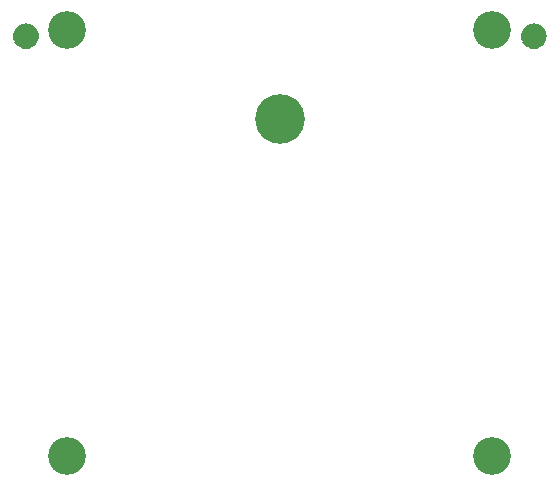
<source format=gbs>
G75*
%MOIN*%
%OFA0B0*%
%FSLAX25Y25*%
%IPPOS*%
%LPD*%
%AMOC8*
5,1,8,0,0,1.08239X$1,22.5*
%
%ADD10C,0.16548*%
%ADD11C,0.12611*%
%ADD12C,0.00500*%
D10*
X0107799Y0140961D03*
D11*
X0036933Y0028756D03*
X0178665Y0028756D03*
X0178665Y0170488D03*
X0036933Y0170488D03*
D12*
X0027031Y0169203D02*
X0027091Y0168520D01*
X0027031Y0167836D01*
X0026853Y0167173D01*
X0026563Y0166551D01*
X0026169Y0165989D01*
X0025684Y0165504D01*
X0025122Y0165110D01*
X0024500Y0164820D01*
X0023837Y0164642D01*
X0023154Y0164583D01*
X0022470Y0164642D01*
X0021807Y0164820D01*
X0021185Y0165110D01*
X0020623Y0165504D01*
X0020138Y0165989D01*
X0019744Y0166551D01*
X0019454Y0167173D01*
X0019276Y0167836D01*
X0019217Y0168520D01*
X0019276Y0169203D01*
X0019454Y0169866D01*
X0019744Y0170488D01*
X0020138Y0171050D01*
X0020623Y0171536D01*
X0021185Y0171929D01*
X0021807Y0172219D01*
X0022470Y0172397D01*
X0023154Y0172457D01*
X0023837Y0172397D01*
X0024500Y0172219D01*
X0025122Y0171929D01*
X0025684Y0171536D01*
X0026169Y0171050D01*
X0026563Y0170488D01*
X0026853Y0169866D01*
X0027031Y0169203D01*
X0027031Y0169195D02*
X0019276Y0169195D01*
X0019232Y0168697D02*
X0027075Y0168697D01*
X0027062Y0168198D02*
X0019245Y0168198D01*
X0019313Y0167700D02*
X0026994Y0167700D01*
X0026861Y0167201D02*
X0019446Y0167201D01*
X0019673Y0166703D02*
X0026634Y0166703D01*
X0026320Y0166204D02*
X0019987Y0166204D01*
X0020421Y0165706D02*
X0025886Y0165706D01*
X0025260Y0165207D02*
X0021047Y0165207D01*
X0022223Y0164709D02*
X0024084Y0164709D01*
X0026899Y0169694D02*
X0019408Y0169694D01*
X0019606Y0170192D02*
X0026701Y0170192D01*
X0026421Y0170691D02*
X0019886Y0170691D01*
X0020276Y0171189D02*
X0026031Y0171189D01*
X0025467Y0171688D02*
X0020840Y0171688D01*
X0021736Y0172186D02*
X0024571Y0172186D01*
X0188508Y0168520D02*
X0188568Y0169203D01*
X0188745Y0169866D01*
X0189035Y0170488D01*
X0189429Y0171050D01*
X0189914Y0171536D01*
X0190476Y0171929D01*
X0191098Y0172219D01*
X0191761Y0172397D01*
X0192445Y0172457D01*
X0193129Y0172397D01*
X0193791Y0172219D01*
X0194413Y0171929D01*
X0194976Y0171536D01*
X0195461Y0171050D01*
X0195854Y0170488D01*
X0196144Y0169866D01*
X0196322Y0169203D01*
X0196382Y0168520D01*
X0196322Y0167836D01*
X0196144Y0167173D01*
X0195854Y0166551D01*
X0195461Y0165989D01*
X0194976Y0165504D01*
X0194413Y0165110D01*
X0193791Y0164820D01*
X0193129Y0164642D01*
X0192445Y0164583D01*
X0191761Y0164642D01*
X0191098Y0164820D01*
X0190476Y0165110D01*
X0189914Y0165504D01*
X0189429Y0165989D01*
X0189035Y0166551D01*
X0188745Y0167173D01*
X0188568Y0167836D01*
X0188508Y0168520D01*
X0188523Y0168697D02*
X0196366Y0168697D01*
X0196354Y0168198D02*
X0188536Y0168198D01*
X0188604Y0167700D02*
X0196286Y0167700D01*
X0196152Y0167201D02*
X0188738Y0167201D01*
X0188965Y0166703D02*
X0195925Y0166703D01*
X0195611Y0166204D02*
X0189278Y0166204D01*
X0189712Y0165706D02*
X0195177Y0165706D01*
X0194552Y0165207D02*
X0190338Y0165207D01*
X0191515Y0164709D02*
X0193375Y0164709D01*
X0196323Y0169195D02*
X0188567Y0169195D01*
X0188699Y0169694D02*
X0196191Y0169694D01*
X0195992Y0170192D02*
X0188897Y0170192D01*
X0189177Y0170691D02*
X0195713Y0170691D01*
X0195322Y0171189D02*
X0189568Y0171189D01*
X0190131Y0171688D02*
X0194758Y0171688D01*
X0193862Y0172186D02*
X0191028Y0172186D01*
M02*

</source>
